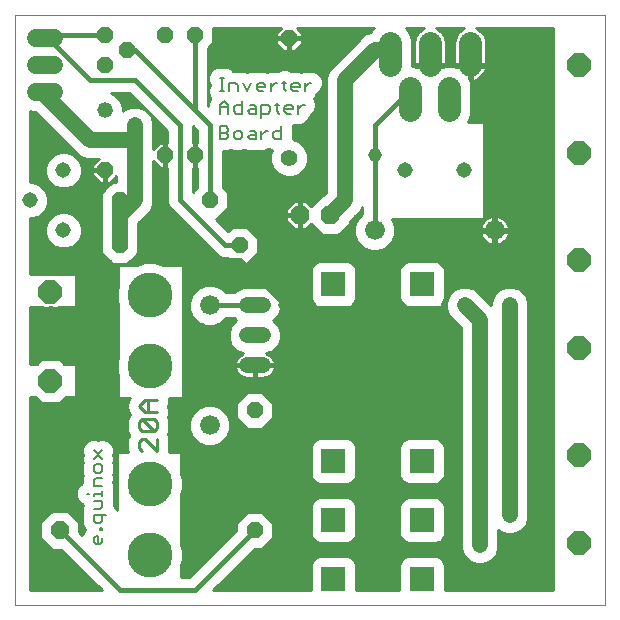
<source format=gtl>
G75*
G70*
%OFA0B0*%
%FSLAX24Y24*%
%IPPOS*%
%LPD*%
%AMOC8*
5,1,8,0,0,1.08239X$1,22.5*
%
%ADD10C,0.0000*%
%ADD11C,0.0110*%
%ADD12C,0.0080*%
%ADD13C,0.0520*%
%ADD14OC8,0.0520*%
%ADD15OC8,0.0768*%
%ADD16OC8,0.0600*%
%ADD17C,0.1500*%
%ADD18C,0.0660*%
%ADD19R,0.0827X0.0827*%
%ADD20OC8,0.0630*%
%ADD21C,0.0560*%
%ADD22OC8,0.0560*%
%ADD23C,0.0515*%
%ADD24C,0.0750*%
%ADD25C,0.0600*%
%ADD26C,0.0520*%
%ADD27C,0.0150*%
%ADD28C,0.0100*%
%ADD29C,0.0460*%
%ADD30C,0.0540*%
D10*
X000776Y000605D02*
X000776Y020290D01*
X020461Y020290D01*
X020461Y000605D01*
X000776Y000605D01*
D11*
X005029Y005760D02*
X004931Y005858D01*
X004931Y006055D01*
X005029Y006153D01*
X005127Y006153D01*
X005521Y005760D01*
X005521Y006153D01*
X005423Y006404D02*
X005029Y006798D01*
X005423Y006798D01*
X005521Y006699D01*
X005521Y006503D01*
X005423Y006404D01*
X005029Y006404D01*
X004931Y006503D01*
X004931Y006699D01*
X005029Y006798D01*
X005127Y007049D02*
X004931Y007246D01*
X005127Y007442D01*
X005521Y007442D01*
X005226Y007442D02*
X005226Y007049D01*
X005127Y007049D02*
X005521Y007049D01*
D12*
X003686Y005764D02*
X003406Y005484D01*
X003476Y005303D02*
X003406Y005233D01*
X003406Y005093D01*
X003476Y005023D01*
X003616Y005023D01*
X003686Y005093D01*
X003686Y005233D01*
X003616Y005303D01*
X003476Y005303D01*
X003686Y005484D02*
X003406Y005764D01*
X003476Y004843D02*
X003686Y004843D01*
X003476Y004843D02*
X003406Y004773D01*
X003406Y004563D01*
X003686Y004563D01*
X003686Y004396D02*
X003686Y004256D01*
X003686Y004326D02*
X003406Y004326D01*
X003406Y004256D01*
X003266Y004326D02*
X003196Y004326D01*
X003406Y004076D02*
X003686Y004076D01*
X003686Y003866D01*
X003616Y003796D01*
X003406Y003796D01*
X003406Y003615D02*
X003406Y003405D01*
X003476Y003335D01*
X003616Y003335D01*
X003686Y003405D01*
X003686Y003615D01*
X003826Y003615D02*
X003406Y003615D01*
X003616Y003175D02*
X003686Y003175D01*
X003686Y003105D01*
X003616Y003105D01*
X003616Y003175D01*
X003546Y002925D02*
X003546Y002645D01*
X003616Y002645D02*
X003476Y002645D01*
X003406Y002715D01*
X003406Y002855D01*
X003476Y002925D01*
X003546Y002925D01*
X003686Y002855D02*
X003686Y002715D01*
X003616Y002645D01*
X007616Y016145D02*
X007826Y016145D01*
X007896Y016215D01*
X007896Y016285D01*
X007826Y016355D01*
X007616Y016355D01*
X007616Y016145D02*
X007616Y016565D01*
X007826Y016565D01*
X007896Y016495D01*
X007896Y016425D01*
X007826Y016355D01*
X008076Y016355D02*
X008076Y016215D01*
X008146Y016145D01*
X008287Y016145D01*
X008357Y016215D01*
X008357Y016355D01*
X008287Y016425D01*
X008146Y016425D01*
X008076Y016355D01*
X008537Y016215D02*
X008607Y016285D01*
X008817Y016285D01*
X008817Y016355D02*
X008817Y016145D01*
X008607Y016145D01*
X008537Y016215D01*
X008607Y016425D02*
X008747Y016425D01*
X008817Y016355D01*
X008997Y016425D02*
X008997Y016145D01*
X008997Y016285D02*
X009137Y016425D01*
X009207Y016425D01*
X009381Y016355D02*
X009451Y016425D01*
X009661Y016425D01*
X009661Y016565D02*
X009661Y016145D01*
X009451Y016145D01*
X009381Y016215D01*
X009381Y016355D01*
X008997Y016855D02*
X008997Y017275D01*
X009207Y017275D01*
X009277Y017205D01*
X009277Y017065D01*
X009207Y016995D01*
X008997Y016995D01*
X008817Y016995D02*
X008817Y017205D01*
X008747Y017275D01*
X008607Y017275D01*
X008607Y017135D02*
X008537Y017065D01*
X008607Y016995D01*
X008817Y016995D01*
X008817Y017135D02*
X008607Y017135D01*
X008357Y017275D02*
X008146Y017275D01*
X008076Y017205D01*
X008076Y017065D01*
X008146Y016995D01*
X008357Y016995D01*
X008357Y017415D01*
X008203Y017745D02*
X008203Y017955D01*
X008133Y018025D01*
X007923Y018025D01*
X007923Y017745D01*
X007756Y017745D02*
X007616Y017745D01*
X007686Y017745D02*
X007686Y018165D01*
X007616Y018165D02*
X007756Y018165D01*
X008383Y018025D02*
X008523Y017745D01*
X008664Y018025D01*
X008844Y017955D02*
X008914Y018025D01*
X009054Y018025D01*
X009124Y017955D01*
X009124Y017885D01*
X008844Y017885D01*
X008844Y017815D02*
X008844Y017955D01*
X008844Y017815D02*
X008914Y017745D01*
X009054Y017745D01*
X009304Y017745D02*
X009304Y018025D01*
X009304Y017885D02*
X009444Y018025D01*
X009514Y018025D01*
X009688Y018025D02*
X009828Y018025D01*
X009758Y018095D02*
X009758Y017815D01*
X009828Y017745D01*
X009995Y017815D02*
X009995Y017955D01*
X010065Y018025D01*
X010205Y018025D01*
X010275Y017955D01*
X010275Y017885D01*
X009995Y017885D01*
X009995Y017815D02*
X010065Y017745D01*
X010205Y017745D01*
X010455Y017745D02*
X010455Y018025D01*
X010595Y018025D02*
X010665Y018025D01*
X010595Y018025D02*
X010455Y017885D01*
X010435Y017275D02*
X010365Y017275D01*
X010225Y017135D01*
X010225Y016995D02*
X010225Y017275D01*
X010045Y017205D02*
X010045Y017135D01*
X009764Y017135D01*
X009764Y017065D02*
X009764Y017205D01*
X009834Y017275D01*
X009975Y017275D01*
X010045Y017205D01*
X009975Y016995D02*
X009834Y016995D01*
X009764Y017065D01*
X009598Y016995D02*
X009528Y017065D01*
X009528Y017345D01*
X009598Y017275D02*
X009457Y017275D01*
X007896Y017275D02*
X007896Y016995D01*
X007896Y017205D02*
X007616Y017205D01*
X007616Y017275D02*
X007756Y017415D01*
X007896Y017275D01*
X007616Y017275D02*
X007616Y016995D01*
D13*
X008516Y010605D02*
X009036Y010605D01*
X009036Y009605D02*
X008516Y009605D01*
X008516Y008605D02*
X009036Y008605D01*
D14*
X008776Y007105D03*
X008776Y003105D03*
X008276Y012605D03*
X007276Y014105D03*
X006776Y015605D03*
X005776Y015605D03*
X004276Y014105D03*
X003776Y015105D03*
X004276Y012605D03*
X003776Y018605D03*
X004526Y019105D03*
X003776Y019605D03*
X005776Y019605D03*
X006776Y019605D03*
D15*
X001965Y011034D03*
X001965Y008081D03*
X019587Y009176D03*
X019587Y012128D03*
X019587Y015676D03*
X019587Y018628D03*
X019587Y005628D03*
X019587Y002676D03*
D16*
X002276Y003105D03*
D17*
X005276Y002274D03*
X005276Y004636D03*
X005276Y008573D03*
X005276Y010935D03*
D18*
X007276Y010605D03*
X007276Y006605D03*
X012776Y013105D03*
X016776Y013105D03*
D19*
X014351Y011317D03*
X011398Y011317D03*
X011398Y005412D03*
X011398Y003443D03*
X011398Y001475D03*
X014351Y001475D03*
X014351Y003443D03*
X014351Y005412D03*
D20*
X011276Y013605D03*
X010276Y013605D03*
D21*
X009926Y015505D03*
D22*
X009926Y019505D03*
D23*
X013792Y015105D03*
X015760Y015105D03*
X002398Y015105D03*
X001276Y014105D03*
X002398Y013105D03*
D24*
X013276Y018605D02*
X013276Y019355D01*
X014616Y019355D02*
X014616Y018605D01*
X013946Y017855D02*
X013946Y017105D01*
X015266Y017105D02*
X015266Y017855D01*
X015956Y018605D02*
X015956Y019355D01*
D25*
X002076Y019505D02*
X001476Y019505D01*
X001476Y018605D02*
X002076Y018605D01*
X002076Y017705D02*
X001476Y017705D01*
D26*
X003776Y017105D03*
D27*
X003276Y018105D02*
X004776Y018105D01*
X006276Y016605D01*
X006276Y014105D01*
X007776Y012605D01*
X008276Y012605D01*
X008276Y012105D02*
X007276Y012105D01*
X005776Y013605D01*
X005776Y015605D01*
X006776Y017105D02*
X006776Y019605D01*
X004776Y019105D02*
X004526Y019105D01*
X004776Y019105D02*
X006776Y017105D01*
X007276Y016605D01*
X007276Y014105D01*
X008276Y012105D02*
X009776Y010605D01*
X008776Y010605D02*
X007276Y010605D01*
X012776Y013105D02*
X012776Y015605D01*
X012776Y016605D01*
X013776Y017605D01*
X013946Y017855D01*
X003776Y019605D02*
X001776Y019605D01*
X003276Y018105D01*
X001776Y019505D02*
X001776Y019605D01*
X002276Y003105D02*
X004276Y001105D01*
X006776Y001105D01*
X008776Y003105D01*
D28*
X009208Y002674D02*
X015656Y002674D01*
X015656Y002576D02*
X009110Y002576D01*
X009029Y002495D02*
X009386Y002852D01*
X009386Y003357D01*
X009029Y003715D01*
X008523Y003715D01*
X008166Y003357D01*
X008166Y003096D01*
X006600Y001530D01*
X006326Y001530D01*
X006326Y001943D01*
X006376Y002129D01*
X006376Y002419D01*
X006326Y002605D01*
X006326Y004305D01*
X006376Y004491D01*
X006376Y004781D01*
X006326Y004968D01*
X006326Y005675D01*
X006297Y005705D01*
X005926Y005705D01*
X005926Y005840D01*
X005926Y006234D01*
X005887Y006328D01*
X005926Y006422D01*
X005926Y006583D01*
X005926Y006780D01*
X005887Y006874D01*
X005926Y006968D01*
X005926Y007129D01*
X005878Y007246D01*
X005926Y007362D01*
X005926Y007505D01*
X006347Y007505D01*
X006376Y007534D01*
X006376Y011925D01*
X006347Y011955D01*
X005711Y011955D01*
X005701Y011960D01*
X005421Y012035D01*
X005131Y012035D01*
X004851Y011960D01*
X004842Y011955D01*
X004255Y011955D01*
X004226Y011925D01*
X004226Y011267D01*
X004176Y011080D01*
X004176Y010791D01*
X004226Y010604D01*
X004226Y008905D01*
X004176Y008718D01*
X004176Y008428D01*
X004226Y008242D01*
X004226Y007534D01*
X004255Y007505D01*
X004617Y007505D01*
X004587Y007475D01*
X004550Y007386D01*
X004526Y007326D01*
X004526Y007165D01*
X004544Y007120D01*
X004587Y007016D01*
X004631Y006973D01*
X004587Y006929D01*
X004587Y006929D01*
X004576Y006901D01*
X004526Y006780D01*
X004526Y006619D01*
X004526Y006422D01*
X004585Y006279D01*
X004577Y006260D01*
X004526Y006136D01*
X004526Y005939D01*
X004526Y005778D01*
X004556Y005705D01*
X004205Y005705D01*
X004176Y005675D01*
X004176Y003790D01*
X004157Y003836D01*
X004076Y003917D01*
X004076Y003998D01*
X004076Y004153D01*
X004071Y004166D01*
X004076Y004178D01*
X004076Y004474D01*
X004074Y004479D01*
X004076Y004485D01*
X004076Y004640D01*
X004050Y004703D01*
X004076Y004765D01*
X004076Y004921D01*
X004056Y004968D01*
X004076Y005016D01*
X004076Y005171D01*
X004076Y005232D01*
X004076Y005311D01*
X004062Y005344D01*
X004056Y005358D01*
X004076Y005406D01*
X004076Y005561D01*
X004050Y005624D01*
X004076Y005686D01*
X004076Y005841D01*
X004017Y005985D01*
X003907Y006094D01*
X003764Y006154D01*
X003608Y006154D01*
X003546Y006128D01*
X003483Y006154D01*
X003328Y006154D01*
X003185Y006094D01*
X003075Y005985D01*
X003016Y005841D01*
X003016Y005686D01*
X003042Y005624D01*
X003016Y005561D01*
X003016Y005406D01*
X003036Y005358D01*
X003016Y005311D01*
X003016Y005171D01*
X003016Y005171D01*
X003016Y005092D01*
X003016Y005016D01*
X003016Y005016D01*
X003016Y005016D01*
X003027Y004990D01*
X003050Y004933D01*
X003016Y004851D01*
X003016Y004695D01*
X003016Y004674D01*
X002975Y004657D01*
X002865Y004547D01*
X002806Y004404D01*
X002806Y004248D01*
X002865Y004105D01*
X002975Y003995D01*
X003026Y003974D01*
X003042Y003936D01*
X003016Y003873D01*
X003016Y003718D01*
X003021Y003706D01*
X003016Y003693D01*
X003016Y003483D01*
X003016Y003483D01*
X003016Y003404D01*
X003016Y003328D01*
X003016Y003328D01*
X003016Y003328D01*
X003027Y003302D01*
X003075Y003184D01*
X003077Y003183D01*
X003129Y003130D01*
X003075Y003076D01*
X003026Y002956D01*
X002926Y003056D01*
X002926Y003374D01*
X002545Y003755D01*
X002007Y003755D01*
X001626Y003374D01*
X001626Y002835D01*
X002007Y002455D01*
X002325Y002455D01*
X003675Y001105D01*
X001276Y001105D01*
X001276Y007555D01*
X001454Y007555D01*
X001661Y007347D01*
X002269Y007347D01*
X002476Y007555D01*
X002797Y007555D01*
X002826Y007584D01*
X002826Y008625D01*
X002797Y008655D01*
X002429Y008655D01*
X002269Y008815D01*
X001661Y008815D01*
X001501Y008655D01*
X001276Y008655D01*
X001276Y010555D01*
X001689Y010555D01*
X001744Y010500D01*
X001915Y010500D01*
X001915Y010555D01*
X002015Y010555D01*
X002015Y010500D01*
X002186Y010500D01*
X002241Y010555D01*
X002797Y010555D01*
X002826Y010584D01*
X002826Y011625D01*
X002797Y011655D01*
X001276Y011655D01*
X001276Y013497D01*
X001397Y013497D01*
X001620Y013590D01*
X001791Y013761D01*
X001884Y013984D01*
X001884Y014226D01*
X001791Y014449D01*
X001620Y014620D01*
X001397Y014712D01*
X001276Y014712D01*
X001276Y017084D01*
X001347Y017055D01*
X001449Y017055D01*
X002750Y015754D01*
X002925Y015579D01*
X003153Y015485D01*
X003576Y015485D01*
X003366Y015275D01*
X003366Y015135D01*
X003746Y015135D01*
X003746Y015075D01*
X003366Y015075D01*
X003366Y014935D01*
X003606Y014695D01*
X003746Y014695D01*
X003746Y015074D01*
X003806Y015074D01*
X003806Y014695D01*
X003946Y014695D01*
X004156Y014905D01*
X004156Y014725D01*
X004153Y014725D01*
X004129Y014715D01*
X004023Y014715D01*
X003949Y014640D01*
X003925Y014630D01*
X003750Y014456D01*
X003740Y014432D01*
X003666Y014357D01*
X003666Y014252D01*
X003656Y014228D01*
X003656Y013728D01*
X003656Y013481D01*
X003656Y012481D01*
X003666Y012457D01*
X003666Y012352D01*
X003740Y012278D01*
X003750Y012254D01*
X003925Y012079D01*
X003949Y012069D01*
X004023Y011995D01*
X004129Y011995D01*
X004153Y011985D01*
X004399Y011985D01*
X004424Y011995D01*
X004529Y011995D01*
X004603Y012069D01*
X004627Y012079D01*
X004802Y012254D01*
X004812Y012278D01*
X004886Y012352D01*
X004886Y012457D01*
X004896Y012481D01*
X004896Y013348D01*
X005302Y013754D01*
X005396Y013981D01*
X005396Y014228D01*
X005396Y015405D01*
X005606Y015195D01*
X005746Y015195D01*
X005746Y015574D01*
X005806Y015574D01*
X005806Y015195D01*
X005851Y015195D01*
X005851Y014189D01*
X005851Y014020D01*
X005916Y013864D01*
X007416Y012364D01*
X007535Y012244D01*
X007691Y012180D01*
X007838Y012180D01*
X008023Y011995D01*
X008529Y011995D01*
X008886Y012352D01*
X008886Y012857D01*
X008529Y013215D01*
X008023Y013215D01*
X007895Y013086D01*
X007487Y013495D01*
X007529Y013495D01*
X007886Y013852D01*
X007886Y014357D01*
X007701Y014542D01*
X007701Y015755D01*
X007827Y015755D01*
X007904Y015755D01*
X007940Y015770D01*
X007986Y015789D01*
X008069Y015755D01*
X008286Y015755D01*
X008364Y015755D01*
X008397Y015768D01*
X008447Y015789D01*
X008529Y015755D01*
X008684Y015755D01*
X008895Y015755D01*
X008907Y015760D01*
X008920Y015755D01*
X009075Y015755D01*
X009218Y015814D01*
X009224Y015820D01*
X009230Y015814D01*
X009351Y015764D01*
X009296Y015630D01*
X009296Y015379D01*
X009392Y015148D01*
X009569Y014971D01*
X009801Y014875D01*
X010051Y014875D01*
X010283Y014971D01*
X010460Y015148D01*
X010556Y015379D01*
X010556Y015630D01*
X010460Y015862D01*
X010283Y016039D01*
X010051Y016135D01*
X010051Y016222D01*
X010051Y016347D01*
X010051Y016503D01*
X010051Y016605D01*
X010052Y016605D01*
X010100Y016624D01*
X010147Y016605D01*
X010302Y016605D01*
X010446Y016664D01*
X010555Y016774D01*
X010615Y016917D01*
X010615Y016927D01*
X010656Y016944D01*
X010765Y017054D01*
X010825Y017197D01*
X010825Y017353D01*
X010765Y017496D01*
X010761Y017500D01*
X010785Y017524D01*
X010845Y017667D01*
X010845Y017677D01*
X010886Y017694D01*
X010996Y017804D01*
X011055Y017947D01*
X011055Y018103D01*
X010996Y018246D01*
X010886Y018356D01*
X010743Y018415D01*
X010517Y018415D01*
X010377Y018415D01*
X010330Y018395D01*
X010282Y018415D01*
X010142Y018415D01*
X010065Y018415D01*
X009989Y018415D01*
X009979Y018426D01*
X009835Y018485D01*
X009680Y018485D01*
X009537Y018426D01*
X009526Y018415D01*
X009367Y018415D01*
X009226Y018415D01*
X009179Y018395D01*
X009131Y018415D01*
X008991Y018415D01*
X008884Y018415D01*
X008836Y018415D01*
X008792Y018397D01*
X008769Y018408D01*
X008614Y018419D01*
X008523Y018389D01*
X008433Y018419D01*
X008278Y018408D01*
X008255Y018397D01*
X008211Y018415D01*
X008058Y018415D01*
X007977Y018496D01*
X007834Y018555D01*
X007538Y018555D01*
X007395Y018496D01*
X007285Y018386D01*
X007226Y018243D01*
X007226Y018087D01*
X007281Y017955D01*
X007226Y017822D01*
X007226Y017667D01*
X007285Y017524D01*
X007299Y017510D01*
X007285Y017496D01*
X007226Y017353D01*
X007226Y017282D01*
X007226Y017256D01*
X007201Y017281D01*
X007201Y019167D01*
X007386Y019352D01*
X007386Y019840D01*
X009653Y019840D01*
X009496Y019683D01*
X009496Y019545D01*
X009886Y019545D01*
X009886Y019465D01*
X009496Y019465D01*
X009496Y019327D01*
X009748Y019075D01*
X009886Y019075D01*
X009886Y019464D01*
X009966Y019464D01*
X009966Y019075D01*
X010104Y019075D01*
X010356Y019327D01*
X010356Y019465D01*
X009966Y019465D01*
X009966Y019545D01*
X010356Y019545D01*
X010356Y019683D01*
X010199Y019840D01*
X012736Y019840D01*
X012661Y019765D01*
X012643Y019721D01*
X012425Y019630D01*
X012250Y019456D01*
X011250Y018456D01*
X011156Y018228D01*
X011156Y017981D01*
X011156Y014362D01*
X011064Y014270D01*
X011001Y014270D01*
X010635Y013904D01*
X010469Y014070D01*
X010306Y014070D01*
X010306Y013635D01*
X010246Y013635D01*
X010246Y014070D01*
X010083Y014070D01*
X009811Y013797D01*
X009811Y013635D01*
X010246Y013635D01*
X010246Y013575D01*
X009811Y013575D01*
X009811Y013412D01*
X010083Y013140D01*
X010246Y013140D01*
X010246Y013574D01*
X010306Y013574D01*
X010306Y013140D01*
X010469Y013140D01*
X010635Y013306D01*
X011001Y012940D01*
X011551Y012940D01*
X011941Y013329D01*
X011941Y013393D01*
X012127Y013579D01*
X012302Y013754D01*
X012351Y013873D01*
X012351Y013641D01*
X012200Y013490D01*
X012096Y013240D01*
X012096Y012969D01*
X012200Y012720D01*
X012391Y012528D01*
X012641Y012425D01*
X012911Y012425D01*
X013161Y012528D01*
X013353Y012720D01*
X013456Y012969D01*
X013456Y013240D01*
X013357Y013480D01*
X016372Y013480D01*
X016401Y013509D01*
X016401Y016700D01*
X016372Y016729D01*
X015895Y016729D01*
X015991Y016960D01*
X015991Y017999D01*
X015906Y018204D01*
X015906Y018555D01*
X015471Y018555D01*
X015410Y018580D01*
X015122Y018580D01*
X015062Y018555D01*
X014666Y018555D01*
X014666Y018655D01*
X015141Y018655D01*
X015141Y019396D01*
X015128Y019478D01*
X015103Y019556D01*
X015065Y019630D01*
X015016Y019697D01*
X014958Y019755D01*
X014891Y019804D01*
X014820Y019840D01*
X015752Y019840D01*
X015681Y019804D01*
X015614Y019755D01*
X015556Y019697D01*
X015507Y019630D01*
X015470Y019556D01*
X015444Y019478D01*
X015431Y019396D01*
X015431Y018655D01*
X015906Y018655D01*
X015906Y018555D01*
X016006Y018555D01*
X016006Y018655D01*
X016481Y018655D01*
X016481Y019396D01*
X016468Y019478D01*
X016443Y019556D01*
X016405Y019630D01*
X016356Y019697D01*
X016298Y019755D01*
X016231Y019804D01*
X016160Y019840D01*
X018726Y019840D01*
X018726Y001105D01*
X015114Y001105D01*
X015114Y001958D01*
X015061Y002086D01*
X014976Y002171D01*
X014976Y002175D01*
X014947Y002205D01*
X014915Y002205D01*
X014834Y002238D01*
X013868Y002238D01*
X013787Y002205D01*
X013755Y002205D01*
X013726Y002175D01*
X013726Y002172D01*
X013641Y002086D01*
X013587Y001958D01*
X013587Y001105D01*
X012161Y001105D01*
X012161Y001958D01*
X012108Y002086D01*
X012010Y002185D01*
X011881Y002238D01*
X010915Y002238D01*
X010786Y002185D01*
X010688Y002086D01*
X010635Y001958D01*
X010635Y001105D01*
X007377Y001105D01*
X008767Y002495D01*
X009029Y002495D01*
X009307Y002773D02*
X010747Y002773D01*
X010786Y002733D02*
X010915Y002680D01*
X011881Y002680D01*
X012010Y002733D01*
X012108Y002832D01*
X012161Y002960D01*
X012161Y003926D01*
X012108Y004055D01*
X012010Y004153D01*
X011881Y004207D01*
X010915Y004207D01*
X010786Y004153D01*
X010688Y004055D01*
X010635Y003926D01*
X010635Y002960D01*
X010688Y002832D01*
X010786Y002733D01*
X010672Y002871D02*
X009386Y002871D01*
X009386Y002970D02*
X010635Y002970D01*
X010635Y003068D02*
X009386Y003068D01*
X009386Y003167D02*
X010635Y003167D01*
X010635Y003265D02*
X009386Y003265D01*
X009379Y003364D02*
X010635Y003364D01*
X010635Y003462D02*
X009281Y003462D01*
X009182Y003561D02*
X010635Y003561D01*
X010635Y003660D02*
X009084Y003660D01*
X008468Y003660D02*
X006326Y003660D01*
X006326Y003758D02*
X010635Y003758D01*
X010635Y003857D02*
X006326Y003857D01*
X006326Y003955D02*
X010647Y003955D01*
X010688Y004054D02*
X006326Y004054D01*
X006326Y004152D02*
X010785Y004152D01*
X010915Y004648D02*
X010786Y004702D01*
X010688Y004800D01*
X010635Y004929D01*
X010635Y005895D01*
X010688Y006023D01*
X010786Y006122D01*
X010915Y006175D01*
X011881Y006175D01*
X012010Y006122D01*
X012108Y006023D01*
X012161Y005895D01*
X012161Y004929D01*
X012108Y004800D01*
X012010Y004702D01*
X011881Y004648D01*
X010915Y004648D01*
X010745Y004744D02*
X006376Y004744D01*
X006376Y004645D02*
X015656Y004645D01*
X015656Y004744D02*
X015004Y004744D01*
X014962Y004702D02*
X015061Y004800D01*
X015114Y004929D01*
X015114Y005895D01*
X015061Y006023D01*
X014962Y006122D01*
X014834Y006175D01*
X013868Y006175D01*
X013739Y006122D01*
X013722Y006105D01*
X013705Y006105D01*
X013676Y006075D01*
X013676Y006059D01*
X013641Y006023D01*
X013587Y005895D01*
X013587Y004929D01*
X013641Y004800D01*
X013676Y004765D01*
X013676Y004734D01*
X013705Y004705D01*
X013736Y004705D01*
X013739Y004702D01*
X013868Y004648D01*
X014834Y004648D01*
X014962Y004702D01*
X015078Y004842D02*
X015656Y004842D01*
X015656Y004941D02*
X015114Y004941D01*
X015114Y005039D02*
X015656Y005039D01*
X015656Y005138D02*
X015114Y005138D01*
X015114Y005236D02*
X015656Y005236D01*
X015656Y005335D02*
X015114Y005335D01*
X015114Y005433D02*
X015656Y005433D01*
X015656Y005532D02*
X015114Y005532D01*
X015114Y005630D02*
X015656Y005630D01*
X015656Y005729D02*
X015114Y005729D01*
X015114Y005828D02*
X015656Y005828D01*
X015656Y005926D02*
X015101Y005926D01*
X015060Y006025D02*
X015656Y006025D01*
X015656Y006123D02*
X014959Y006123D01*
X015656Y006222D02*
X007853Y006222D01*
X007853Y006220D02*
X007956Y006469D01*
X007956Y006740D01*
X007853Y006990D01*
X007661Y007181D01*
X007411Y007285D01*
X007141Y007285D01*
X006891Y007181D01*
X006700Y006990D01*
X006596Y006740D01*
X006596Y006469D01*
X006700Y006220D01*
X006891Y006028D01*
X007141Y005925D01*
X007411Y005925D01*
X007661Y006028D01*
X007853Y006220D01*
X007894Y006320D02*
X015656Y006320D01*
X015656Y006419D02*
X007935Y006419D01*
X007956Y006517D02*
X008501Y006517D01*
X008523Y006495D02*
X009029Y006495D01*
X009386Y006852D01*
X009386Y007357D01*
X009029Y007715D01*
X008523Y007715D01*
X008166Y007357D01*
X008166Y006852D01*
X008523Y006495D01*
X008402Y006616D02*
X007956Y006616D01*
X007956Y006714D02*
X008304Y006714D01*
X008205Y006813D02*
X007926Y006813D01*
X007885Y006911D02*
X008166Y006911D01*
X008166Y007010D02*
X007832Y007010D01*
X007734Y007109D02*
X008166Y007109D01*
X008166Y007207D02*
X007599Y007207D01*
X008166Y007306D02*
X005903Y007306D01*
X005894Y007207D02*
X006954Y007207D01*
X006818Y007109D02*
X005926Y007109D01*
X005926Y007010D02*
X006720Y007010D01*
X006667Y006911D02*
X005903Y006911D01*
X005912Y006813D02*
X006626Y006813D01*
X006596Y006714D02*
X005926Y006714D01*
X005926Y006616D02*
X006596Y006616D01*
X006596Y006517D02*
X005926Y006517D01*
X005925Y006419D02*
X006617Y006419D01*
X006658Y006320D02*
X005890Y006320D01*
X005926Y006222D02*
X006699Y006222D01*
X006796Y006123D02*
X005926Y006123D01*
X005926Y006025D02*
X006900Y006025D01*
X007138Y005926D02*
X005926Y005926D01*
X005926Y005828D02*
X010635Y005828D01*
X010648Y005926D02*
X007415Y005926D01*
X007652Y006025D02*
X010689Y006025D01*
X010790Y006123D02*
X007756Y006123D01*
X009051Y006517D02*
X015656Y006517D01*
X015656Y006616D02*
X009150Y006616D01*
X009248Y006714D02*
X015656Y006714D01*
X015656Y006813D02*
X009347Y006813D01*
X009386Y006911D02*
X015656Y006911D01*
X015656Y007010D02*
X009386Y007010D01*
X009386Y007109D02*
X015656Y007109D01*
X015656Y007207D02*
X009386Y007207D01*
X009386Y007306D02*
X015656Y007306D01*
X015656Y007404D02*
X009339Y007404D01*
X009241Y007503D02*
X015656Y007503D01*
X015656Y007601D02*
X009142Y007601D01*
X009044Y007700D02*
X015656Y007700D01*
X015656Y007798D02*
X006376Y007798D01*
X006376Y007700D02*
X008509Y007700D01*
X008410Y007601D02*
X006376Y007601D01*
X006376Y007897D02*
X015656Y007897D01*
X015656Y007995D02*
X006376Y007995D01*
X006376Y008094D02*
X015656Y008094D01*
X015656Y008193D02*
X006376Y008193D01*
X006376Y008291D02*
X008250Y008291D01*
X008249Y008292D02*
X008301Y008254D01*
X008359Y008225D01*
X008420Y008205D01*
X008484Y008195D01*
X008746Y008195D01*
X008746Y008574D01*
X008806Y008574D01*
X008806Y008195D01*
X009068Y008195D01*
X009132Y008205D01*
X009193Y008225D01*
X009251Y008254D01*
X009303Y008292D01*
X009349Y008338D01*
X009387Y008390D01*
X009416Y008447D01*
X009436Y008509D01*
X009446Y008572D01*
X009446Y008575D01*
X008806Y008575D01*
X008806Y008635D01*
X009446Y008635D01*
X009446Y008637D01*
X009436Y008701D01*
X009416Y008762D01*
X009387Y008820D01*
X009349Y008872D01*
X009303Y008917D01*
X009251Y008955D01*
X009193Y008985D01*
X009160Y008996D01*
X009382Y009088D01*
X009553Y009259D01*
X009646Y009483D01*
X009646Y009726D01*
X009553Y009950D01*
X009399Y010105D01*
X009553Y010259D01*
X009646Y010483D01*
X009646Y010726D01*
X009553Y010950D01*
X009382Y011122D01*
X009157Y011215D01*
X008395Y011215D01*
X008171Y011122D01*
X008078Y011030D01*
X007813Y011030D01*
X007661Y011181D01*
X007411Y011285D01*
X007141Y011285D01*
X006891Y011181D01*
X006700Y010990D01*
X006596Y010740D01*
X006596Y010469D01*
X006700Y010220D01*
X006891Y010028D01*
X007141Y009925D01*
X007411Y009925D01*
X007661Y010028D01*
X007813Y010180D01*
X008078Y010180D01*
X008153Y010105D01*
X007999Y009950D01*
X007906Y009726D01*
X007906Y009483D01*
X007999Y009259D01*
X008171Y009088D01*
X008393Y008996D01*
X008359Y008985D01*
X008301Y008955D01*
X008249Y008917D01*
X008203Y008872D01*
X008165Y008820D01*
X008136Y008762D01*
X008116Y008701D01*
X008106Y008637D01*
X008106Y008635D01*
X008746Y008635D01*
X008746Y008575D01*
X008106Y008575D01*
X008106Y008572D01*
X008116Y008509D01*
X008136Y008447D01*
X008165Y008390D01*
X008203Y008338D01*
X008249Y008292D01*
X008165Y008390D02*
X006376Y008390D01*
X006376Y008488D02*
X008123Y008488D01*
X008114Y008685D02*
X006376Y008685D01*
X006376Y008587D02*
X008746Y008587D01*
X008806Y008587D02*
X015656Y008587D01*
X015656Y008685D02*
X009438Y008685D01*
X009405Y008784D02*
X015656Y008784D01*
X015656Y008882D02*
X009338Y008882D01*
X009201Y008981D02*
X015656Y008981D01*
X015656Y009079D02*
X009362Y009079D01*
X009472Y009178D02*
X015656Y009178D01*
X015656Y009277D02*
X009560Y009277D01*
X009601Y009375D02*
X015656Y009375D01*
X015656Y009474D02*
X009642Y009474D01*
X009646Y009572D02*
X015656Y009572D01*
X015656Y009671D02*
X009646Y009671D01*
X009628Y009769D02*
X015656Y009769D01*
X015656Y009848D02*
X015656Y002481D01*
X015750Y002254D01*
X015925Y002079D01*
X016153Y001985D01*
X016399Y001985D01*
X016627Y002079D01*
X016802Y002254D01*
X016896Y002481D01*
X016896Y003108D01*
X016925Y003079D01*
X017153Y002985D01*
X017399Y002985D01*
X017627Y003079D01*
X017802Y003254D01*
X017896Y003481D01*
X017896Y010728D01*
X017802Y010956D01*
X017627Y011130D01*
X017399Y011225D01*
X017153Y011225D01*
X016925Y011130D01*
X016750Y010956D01*
X016656Y010728D01*
X016656Y010601D01*
X016627Y010630D01*
X016127Y011130D01*
X015899Y011225D01*
X015653Y011225D01*
X015425Y011130D01*
X015250Y010956D01*
X015156Y010728D01*
X015156Y010481D01*
X015250Y010254D01*
X015656Y009848D01*
X015636Y009868D02*
X009587Y009868D01*
X009537Y009966D02*
X015538Y009966D01*
X015439Y010065D02*
X009439Y010065D01*
X009457Y010163D02*
X015341Y010163D01*
X015247Y010262D02*
X009554Y010262D01*
X009595Y010361D02*
X015206Y010361D01*
X015165Y010459D02*
X009636Y010459D01*
X009646Y010558D02*
X010802Y010558D01*
X010805Y010555D02*
X010913Y010555D01*
X010915Y010554D01*
X011881Y010554D01*
X011883Y010555D01*
X011997Y010555D01*
X012026Y010584D01*
X012026Y010624D01*
X012108Y010706D01*
X012161Y010834D01*
X012161Y011800D01*
X012108Y011929D01*
X012010Y012027D01*
X011881Y012081D01*
X010915Y012081D01*
X010786Y012027D01*
X010688Y011929D01*
X010635Y011800D01*
X010635Y010834D01*
X010688Y010706D01*
X010776Y010618D01*
X010776Y010584D01*
X010805Y010555D01*
X010738Y010656D02*
X009646Y010656D01*
X009634Y010755D02*
X010668Y010755D01*
X010635Y010853D02*
X009593Y010853D01*
X009552Y010952D02*
X010635Y010952D01*
X010635Y011050D02*
X009453Y011050D01*
X009316Y011149D02*
X010635Y011149D01*
X010635Y011247D02*
X007501Y011247D01*
X007694Y011149D02*
X008236Y011149D01*
X008099Y011050D02*
X007792Y011050D01*
X007051Y011247D02*
X006376Y011247D01*
X006376Y011149D02*
X006859Y011149D01*
X006760Y011050D02*
X006376Y011050D01*
X006376Y010952D02*
X006684Y010952D01*
X006643Y010853D02*
X006376Y010853D01*
X006376Y010755D02*
X006602Y010755D01*
X006596Y010656D02*
X006376Y010656D01*
X006376Y010558D02*
X006596Y010558D01*
X006600Y010459D02*
X006376Y010459D01*
X006376Y010361D02*
X006641Y010361D01*
X006682Y010262D02*
X006376Y010262D01*
X006376Y010163D02*
X006756Y010163D01*
X006854Y010065D02*
X006376Y010065D01*
X006376Y009966D02*
X007040Y009966D01*
X007512Y009966D02*
X008015Y009966D01*
X007965Y009868D02*
X006376Y009868D01*
X006376Y009769D02*
X007924Y009769D01*
X007906Y009671D02*
X006376Y009671D01*
X006376Y009572D02*
X007906Y009572D01*
X007910Y009474D02*
X006376Y009474D01*
X006376Y009375D02*
X007951Y009375D01*
X007992Y009277D02*
X006376Y009277D01*
X006376Y009178D02*
X008080Y009178D01*
X008190Y009079D02*
X006376Y009079D01*
X006376Y008981D02*
X008351Y008981D01*
X008214Y008882D02*
X006376Y008882D01*
X006376Y008784D02*
X008147Y008784D01*
X008746Y008488D02*
X008806Y008488D01*
X008806Y008390D02*
X008746Y008390D01*
X008746Y008291D02*
X008806Y008291D01*
X009302Y008291D02*
X015656Y008291D01*
X015656Y008390D02*
X009387Y008390D01*
X009429Y008488D02*
X015656Y008488D01*
X015156Y010558D02*
X015000Y010558D01*
X014997Y010555D02*
X015026Y010584D01*
X015026Y010671D01*
X015061Y010706D01*
X015114Y010834D01*
X015114Y011800D01*
X015061Y011929D01*
X014962Y012027D01*
X014834Y012081D01*
X013868Y012081D01*
X013739Y012027D01*
X013641Y011929D01*
X013587Y011800D01*
X013587Y010834D01*
X013641Y010706D01*
X013739Y010607D01*
X013776Y010592D01*
X013776Y010584D01*
X013805Y010555D01*
X013866Y010555D01*
X013868Y010554D01*
X014834Y010554D01*
X014836Y010555D01*
X014997Y010555D01*
X015026Y010656D02*
X015156Y010656D01*
X015167Y010755D02*
X015081Y010755D01*
X015114Y010853D02*
X015208Y010853D01*
X015249Y010952D02*
X015114Y010952D01*
X015114Y011050D02*
X015345Y011050D01*
X015470Y011149D02*
X015114Y011149D01*
X015114Y011247D02*
X018726Y011247D01*
X018726Y011149D02*
X017582Y011149D01*
X017707Y011050D02*
X018726Y011050D01*
X018726Y010952D02*
X017803Y010952D01*
X017844Y010853D02*
X018726Y010853D01*
X018726Y010755D02*
X017885Y010755D01*
X017896Y010656D02*
X018726Y010656D01*
X018726Y010558D02*
X017896Y010558D01*
X017896Y010459D02*
X018726Y010459D01*
X018726Y010361D02*
X017896Y010361D01*
X017896Y010262D02*
X018726Y010262D01*
X018726Y010163D02*
X017896Y010163D01*
X017896Y010065D02*
X018726Y010065D01*
X018726Y009966D02*
X017896Y009966D01*
X017896Y009868D02*
X018726Y009868D01*
X018726Y009769D02*
X017896Y009769D01*
X017896Y009671D02*
X018726Y009671D01*
X018726Y009572D02*
X017896Y009572D01*
X017896Y009474D02*
X018726Y009474D01*
X018726Y009375D02*
X017896Y009375D01*
X017896Y009277D02*
X018726Y009277D01*
X018726Y009178D02*
X017896Y009178D01*
X017896Y009079D02*
X018726Y009079D01*
X018726Y008981D02*
X017896Y008981D01*
X017896Y008882D02*
X018726Y008882D01*
X018726Y008784D02*
X017896Y008784D01*
X017896Y008685D02*
X018726Y008685D01*
X018726Y008587D02*
X017896Y008587D01*
X017896Y008488D02*
X018726Y008488D01*
X018726Y008390D02*
X017896Y008390D01*
X017896Y008291D02*
X018726Y008291D01*
X018726Y008193D02*
X017896Y008193D01*
X017896Y008094D02*
X018726Y008094D01*
X018726Y007995D02*
X017896Y007995D01*
X017896Y007897D02*
X018726Y007897D01*
X018726Y007798D02*
X017896Y007798D01*
X017896Y007700D02*
X018726Y007700D01*
X018726Y007601D02*
X017896Y007601D01*
X017896Y007503D02*
X018726Y007503D01*
X018726Y007404D02*
X017896Y007404D01*
X017896Y007306D02*
X018726Y007306D01*
X018726Y007207D02*
X017896Y007207D01*
X017896Y007109D02*
X018726Y007109D01*
X018726Y007010D02*
X017896Y007010D01*
X017896Y006911D02*
X018726Y006911D01*
X018726Y006813D02*
X017896Y006813D01*
X017896Y006714D02*
X018726Y006714D01*
X018726Y006616D02*
X017896Y006616D01*
X017896Y006517D02*
X018726Y006517D01*
X018726Y006419D02*
X017896Y006419D01*
X017896Y006320D02*
X018726Y006320D01*
X018726Y006222D02*
X017896Y006222D01*
X017896Y006123D02*
X018726Y006123D01*
X018726Y006025D02*
X017896Y006025D01*
X017896Y005926D02*
X018726Y005926D01*
X018726Y005828D02*
X017896Y005828D01*
X017896Y005729D02*
X018726Y005729D01*
X018726Y005630D02*
X017896Y005630D01*
X017896Y005532D02*
X018726Y005532D01*
X018726Y005433D02*
X017896Y005433D01*
X017896Y005335D02*
X018726Y005335D01*
X018726Y005236D02*
X017896Y005236D01*
X017896Y005138D02*
X018726Y005138D01*
X018726Y005039D02*
X017896Y005039D01*
X017896Y004941D02*
X018726Y004941D01*
X018726Y004842D02*
X017896Y004842D01*
X017896Y004744D02*
X018726Y004744D01*
X018726Y004645D02*
X017896Y004645D01*
X017896Y004546D02*
X018726Y004546D01*
X018726Y004448D02*
X017896Y004448D01*
X017896Y004349D02*
X018726Y004349D01*
X018726Y004251D02*
X017896Y004251D01*
X017896Y004152D02*
X018726Y004152D01*
X018726Y004054D02*
X017896Y004054D01*
X017896Y003955D02*
X018726Y003955D01*
X018726Y003857D02*
X017896Y003857D01*
X017896Y003758D02*
X018726Y003758D01*
X018726Y003660D02*
X017896Y003660D01*
X017896Y003561D02*
X018726Y003561D01*
X018726Y003462D02*
X017888Y003462D01*
X017847Y003364D02*
X018726Y003364D01*
X018726Y003265D02*
X017807Y003265D01*
X017715Y003167D02*
X018726Y003167D01*
X018726Y003068D02*
X017601Y003068D01*
X016951Y003068D02*
X016896Y003068D01*
X016896Y002970D02*
X018726Y002970D01*
X018726Y002871D02*
X016896Y002871D01*
X016896Y002773D02*
X018726Y002773D01*
X018726Y002674D02*
X016896Y002674D01*
X016896Y002576D02*
X018726Y002576D01*
X018726Y002477D02*
X016894Y002477D01*
X016853Y002379D02*
X018726Y002379D01*
X018726Y002280D02*
X016813Y002280D01*
X016730Y002181D02*
X018726Y002181D01*
X018726Y002083D02*
X016631Y002083D01*
X015921Y002083D02*
X015062Y002083D01*
X015103Y001984D02*
X018726Y001984D01*
X018726Y001886D02*
X015114Y001886D01*
X015114Y001787D02*
X018726Y001787D01*
X018726Y001689D02*
X015114Y001689D01*
X015114Y001590D02*
X018726Y001590D01*
X018726Y001492D02*
X015114Y001492D01*
X015114Y001393D02*
X018726Y001393D01*
X018726Y001295D02*
X015114Y001295D01*
X015114Y001196D02*
X018726Y001196D01*
X015823Y002181D02*
X014970Y002181D01*
X014834Y002680D02*
X014894Y002705D01*
X014997Y002705D01*
X015026Y002734D01*
X015026Y002797D01*
X015061Y002832D01*
X015114Y002960D01*
X015114Y003926D01*
X015061Y004055D01*
X014962Y004153D01*
X014834Y004207D01*
X013868Y004207D01*
X013739Y004153D01*
X013641Y004055D01*
X013587Y003926D01*
X013587Y002960D01*
X013641Y002832D01*
X013739Y002733D01*
X013804Y002707D01*
X013805Y002705D01*
X013808Y002705D01*
X013868Y002680D01*
X014834Y002680D01*
X015026Y002773D02*
X015656Y002773D01*
X015656Y002871D02*
X015077Y002871D01*
X015114Y002970D02*
X015656Y002970D01*
X015656Y003068D02*
X015114Y003068D01*
X015114Y003167D02*
X015656Y003167D01*
X015656Y003265D02*
X015114Y003265D01*
X015114Y003364D02*
X015656Y003364D01*
X015656Y003462D02*
X015114Y003462D01*
X015114Y003561D02*
X015656Y003561D01*
X015656Y003660D02*
X015114Y003660D01*
X015114Y003758D02*
X015656Y003758D01*
X015656Y003857D02*
X015114Y003857D01*
X015102Y003955D02*
X015656Y003955D01*
X015656Y004054D02*
X015061Y004054D01*
X014964Y004152D02*
X015656Y004152D01*
X015656Y004251D02*
X006326Y004251D01*
X006338Y004349D02*
X015656Y004349D01*
X015656Y004448D02*
X006364Y004448D01*
X006376Y004546D02*
X015656Y004546D01*
X013738Y004152D02*
X012011Y004152D01*
X012109Y004054D02*
X013640Y004054D01*
X013599Y003955D02*
X012150Y003955D01*
X012161Y003857D02*
X013587Y003857D01*
X013587Y003758D02*
X012161Y003758D01*
X012161Y003660D02*
X013587Y003660D01*
X013587Y003561D02*
X012161Y003561D01*
X012161Y003462D02*
X013587Y003462D01*
X013587Y003364D02*
X012161Y003364D01*
X012161Y003265D02*
X013587Y003265D01*
X013587Y003167D02*
X012161Y003167D01*
X012161Y003068D02*
X013587Y003068D01*
X013587Y002970D02*
X012161Y002970D01*
X012125Y002871D02*
X013624Y002871D01*
X013700Y002773D02*
X012049Y002773D01*
X012013Y002181D02*
X013732Y002181D01*
X013639Y002083D02*
X012110Y002083D01*
X012150Y001984D02*
X013599Y001984D01*
X013587Y001886D02*
X012161Y001886D01*
X012161Y001787D02*
X013587Y001787D01*
X013587Y001689D02*
X012161Y001689D01*
X012161Y001590D02*
X013587Y001590D01*
X013587Y001492D02*
X012161Y001492D01*
X012161Y001393D02*
X013587Y001393D01*
X013587Y001295D02*
X012161Y001295D01*
X012161Y001196D02*
X013587Y001196D01*
X015658Y002477D02*
X008749Y002477D01*
X008651Y002379D02*
X015699Y002379D01*
X015739Y002280D02*
X008552Y002280D01*
X008454Y002181D02*
X010783Y002181D01*
X010687Y002083D02*
X008355Y002083D01*
X008257Y001984D02*
X010646Y001984D01*
X010635Y001886D02*
X008158Y001886D01*
X008060Y001787D02*
X010635Y001787D01*
X010635Y001689D02*
X007961Y001689D01*
X007862Y001590D02*
X010635Y001590D01*
X010635Y001492D02*
X007764Y001492D01*
X007665Y001393D02*
X010635Y001393D01*
X010635Y001295D02*
X007567Y001295D01*
X007468Y001196D02*
X010635Y001196D01*
X008166Y003167D02*
X006326Y003167D01*
X006326Y003265D02*
X008166Y003265D01*
X008173Y003364D02*
X006326Y003364D01*
X006326Y003462D02*
X008271Y003462D01*
X008370Y003561D02*
X006326Y003561D01*
X006326Y003068D02*
X008139Y003068D01*
X008040Y002970D02*
X006326Y002970D01*
X006326Y002871D02*
X007942Y002871D01*
X007843Y002773D02*
X006326Y002773D01*
X006326Y002674D02*
X007744Y002674D01*
X007646Y002576D02*
X006334Y002576D01*
X006360Y002477D02*
X007547Y002477D01*
X007449Y002379D02*
X006376Y002379D01*
X006376Y002280D02*
X007350Y002280D01*
X007252Y002181D02*
X006376Y002181D01*
X006364Y002083D02*
X007153Y002083D01*
X007055Y001984D02*
X006337Y001984D01*
X006326Y001886D02*
X006956Y001886D01*
X006858Y001787D02*
X006326Y001787D01*
X006326Y001689D02*
X006759Y001689D01*
X006660Y001590D02*
X006326Y001590D01*
X004176Y003857D02*
X004136Y003857D01*
X004176Y003955D02*
X004076Y003955D01*
X004076Y004054D02*
X004176Y004054D01*
X004176Y004152D02*
X004076Y004152D01*
X004076Y004251D02*
X004176Y004251D01*
X004176Y004349D02*
X004076Y004349D01*
X004076Y004448D02*
X004176Y004448D01*
X004176Y004546D02*
X004076Y004546D01*
X004074Y004645D02*
X004176Y004645D01*
X004176Y004744D02*
X004067Y004744D01*
X004076Y004842D02*
X004176Y004842D01*
X004176Y004941D02*
X004068Y004941D01*
X004076Y005039D02*
X004176Y005039D01*
X004176Y005138D02*
X004076Y005138D01*
X004076Y005236D02*
X004176Y005236D01*
X004176Y005335D02*
X004066Y005335D01*
X004076Y005311D02*
X004076Y005311D01*
X004076Y005311D01*
X004076Y005433D02*
X004176Y005433D01*
X004176Y005532D02*
X004076Y005532D01*
X004053Y005630D02*
X004176Y005630D01*
X004076Y005729D02*
X004546Y005729D01*
X004526Y005828D02*
X004076Y005828D01*
X004041Y005926D02*
X004526Y005926D01*
X004526Y006025D02*
X003977Y006025D01*
X003838Y006123D02*
X004526Y006123D01*
X004561Y006222D02*
X001276Y006222D01*
X001276Y006320D02*
X004568Y006320D01*
X004527Y006419D02*
X001276Y006419D01*
X001276Y006517D02*
X004526Y006517D01*
X004526Y006616D02*
X001276Y006616D01*
X001276Y006714D02*
X004526Y006714D01*
X004526Y006780D02*
X004526Y006780D01*
X004539Y006813D02*
X001276Y006813D01*
X001276Y006911D02*
X004580Y006911D01*
X004587Y006929D02*
X004587Y006929D01*
X004593Y007010D02*
X001276Y007010D01*
X001276Y007109D02*
X004549Y007109D01*
X004526Y007207D02*
X001276Y007207D01*
X001276Y007306D02*
X004526Y007306D01*
X004526Y007326D02*
X004526Y007326D01*
X004558Y007404D02*
X002326Y007404D01*
X002424Y007503D02*
X004615Y007503D01*
X004226Y007601D02*
X002826Y007601D01*
X002826Y007700D02*
X004226Y007700D01*
X004226Y007798D02*
X002826Y007798D01*
X002826Y007897D02*
X004226Y007897D01*
X004226Y007995D02*
X002826Y007995D01*
X002826Y008094D02*
X004226Y008094D01*
X004226Y008193D02*
X002826Y008193D01*
X002826Y008291D02*
X004213Y008291D01*
X004186Y008390D02*
X002826Y008390D01*
X002826Y008488D02*
X004176Y008488D01*
X004176Y008587D02*
X002826Y008587D01*
X002399Y008685D02*
X004176Y008685D01*
X004194Y008784D02*
X002300Y008784D01*
X001630Y008784D02*
X001276Y008784D01*
X001276Y008882D02*
X004220Y008882D01*
X004226Y008981D02*
X001276Y008981D01*
X001276Y009079D02*
X004226Y009079D01*
X004226Y009178D02*
X001276Y009178D01*
X001276Y009277D02*
X004226Y009277D01*
X004226Y009375D02*
X001276Y009375D01*
X001276Y009474D02*
X004226Y009474D01*
X004226Y009572D02*
X001276Y009572D01*
X001276Y009671D02*
X004226Y009671D01*
X004226Y009769D02*
X001276Y009769D01*
X001276Y009868D02*
X004226Y009868D01*
X004226Y009966D02*
X001276Y009966D01*
X001276Y010065D02*
X004226Y010065D01*
X004226Y010163D02*
X001276Y010163D01*
X001276Y010262D02*
X004226Y010262D01*
X004226Y010361D02*
X001276Y010361D01*
X001276Y010459D02*
X004226Y010459D01*
X004226Y010558D02*
X002800Y010558D01*
X002826Y010656D02*
X004212Y010656D01*
X004186Y010755D02*
X002826Y010755D01*
X002826Y010853D02*
X004176Y010853D01*
X004176Y010952D02*
X002826Y010952D01*
X002826Y011050D02*
X004176Y011050D01*
X004194Y011149D02*
X002826Y011149D01*
X002826Y011247D02*
X004221Y011247D01*
X004226Y011346D02*
X002826Y011346D01*
X002826Y011444D02*
X004226Y011444D01*
X004226Y011543D02*
X002826Y011543D01*
X002810Y011642D02*
X004226Y011642D01*
X004226Y011740D02*
X001276Y011740D01*
X001276Y011839D02*
X004226Y011839D01*
X004238Y011937D02*
X001276Y011937D01*
X001276Y012036D02*
X003982Y012036D01*
X003870Y012134D02*
X001276Y012134D01*
X001276Y012233D02*
X003771Y012233D01*
X003687Y012331D02*
X001276Y012331D01*
X001276Y012430D02*
X003666Y012430D01*
X003656Y012528D02*
X002594Y012528D01*
X002519Y012497D02*
X002742Y012590D01*
X002913Y012761D01*
X003006Y012984D01*
X003006Y013226D01*
X002913Y013449D01*
X002742Y013620D01*
X002519Y013712D01*
X002277Y013712D01*
X002054Y013620D01*
X001883Y013449D01*
X001791Y013226D01*
X001791Y012984D01*
X001883Y012761D01*
X002054Y012590D01*
X002277Y012497D01*
X002519Y012497D01*
X002779Y012627D02*
X003656Y012627D01*
X003656Y012726D02*
X002878Y012726D01*
X002939Y012824D02*
X003656Y012824D01*
X003656Y012923D02*
X002980Y012923D01*
X003006Y013021D02*
X003656Y013021D01*
X003656Y013120D02*
X003006Y013120D01*
X003006Y013218D02*
X003656Y013218D01*
X003656Y013317D02*
X002968Y013317D01*
X002927Y013415D02*
X003656Y013415D01*
X003656Y013514D02*
X002848Y013514D01*
X002749Y013612D02*
X003656Y013612D01*
X003656Y013711D02*
X002522Y013711D01*
X002274Y013711D02*
X001741Y013711D01*
X001811Y013810D02*
X003656Y013810D01*
X003656Y013908D02*
X001852Y013908D01*
X001884Y014007D02*
X003656Y014007D01*
X003656Y014105D02*
X001884Y014105D01*
X001884Y014204D02*
X003656Y014204D01*
X003666Y014302D02*
X001852Y014302D01*
X001811Y014401D02*
X003710Y014401D01*
X003794Y014499D02*
X002524Y014499D01*
X002519Y014497D02*
X002742Y014590D01*
X002913Y014761D01*
X003006Y014984D01*
X003006Y015226D01*
X002913Y015449D01*
X002742Y015620D01*
X002519Y015712D01*
X002277Y015712D01*
X002054Y015620D01*
X001883Y015449D01*
X001791Y015226D01*
X001791Y014984D01*
X001883Y014761D01*
X002054Y014590D01*
X002277Y014497D01*
X002519Y014497D01*
X002750Y014598D02*
X003892Y014598D01*
X003948Y014696D02*
X004005Y014696D01*
X004046Y014795D02*
X004156Y014795D01*
X004145Y014894D02*
X004156Y014894D01*
X003806Y014894D02*
X003746Y014894D01*
X003746Y014992D02*
X003806Y014992D01*
X003746Y015091D02*
X003006Y015091D01*
X003006Y015189D02*
X003366Y015189D01*
X003379Y015288D02*
X002980Y015288D01*
X002939Y015386D02*
X003478Y015386D01*
X003153Y015485D02*
X002877Y015485D01*
X002921Y015583D02*
X002779Y015583D01*
X002822Y015682D02*
X002592Y015682D01*
X002724Y015780D02*
X001276Y015780D01*
X001276Y015682D02*
X002204Y015682D01*
X002018Y015583D02*
X001276Y015583D01*
X001276Y015485D02*
X001919Y015485D01*
X001857Y015386D02*
X001276Y015386D01*
X001276Y015288D02*
X001816Y015288D01*
X001791Y015189D02*
X001276Y015189D01*
X001276Y015091D02*
X001791Y015091D01*
X001791Y014992D02*
X001276Y014992D01*
X001276Y014894D02*
X001828Y014894D01*
X001869Y014795D02*
X001276Y014795D01*
X001435Y014696D02*
X001947Y014696D01*
X002046Y014598D02*
X001642Y014598D01*
X001741Y014499D02*
X002272Y014499D01*
X002849Y014696D02*
X003605Y014696D01*
X003506Y014795D02*
X002927Y014795D01*
X002968Y014894D02*
X003407Y014894D01*
X003366Y014992D02*
X003006Y014992D01*
X003746Y014795D02*
X003806Y014795D01*
X003806Y014696D02*
X003746Y014696D01*
X002625Y015879D02*
X001276Y015879D01*
X001276Y015977D02*
X002526Y015977D01*
X002428Y016076D02*
X001276Y016076D01*
X001276Y016175D02*
X002329Y016175D01*
X002231Y016273D02*
X001276Y016273D01*
X001276Y016372D02*
X002132Y016372D01*
X002034Y016470D02*
X001276Y016470D01*
X001276Y016569D02*
X001935Y016569D01*
X001837Y016667D02*
X001276Y016667D01*
X001276Y016766D02*
X001738Y016766D01*
X001640Y016864D02*
X001276Y016864D01*
X001276Y016963D02*
X001541Y016963D01*
X001330Y017061D02*
X001276Y017061D01*
X003982Y017680D02*
X004600Y017680D01*
X005851Y016429D01*
X005851Y016015D01*
X005806Y016015D01*
X005806Y015635D01*
X005746Y015635D01*
X005746Y016015D01*
X005606Y016015D01*
X005396Y015804D01*
X005396Y015981D01*
X005396Y016728D01*
X005302Y016956D01*
X005127Y017130D01*
X004899Y017225D01*
X004653Y017225D01*
X004425Y017130D01*
X004386Y017091D01*
X004386Y017226D01*
X004293Y017450D01*
X004122Y017622D01*
X003982Y017680D01*
X004047Y017653D02*
X004627Y017653D01*
X004726Y017554D02*
X004189Y017554D01*
X004288Y017456D02*
X004824Y017456D01*
X004923Y017357D02*
X004332Y017357D01*
X004373Y017259D02*
X005021Y017259D01*
X005056Y017160D02*
X005120Y017160D01*
X005196Y017061D02*
X005218Y017061D01*
X005295Y016963D02*
X005317Y016963D01*
X005340Y016864D02*
X005415Y016864D01*
X005380Y016766D02*
X005514Y016766D01*
X005612Y016667D02*
X005396Y016667D01*
X005396Y016569D02*
X005711Y016569D01*
X005810Y016470D02*
X005396Y016470D01*
X005396Y016372D02*
X005851Y016372D01*
X005851Y016273D02*
X005396Y016273D01*
X005396Y016175D02*
X005851Y016175D01*
X005851Y016076D02*
X005396Y016076D01*
X005396Y015977D02*
X005569Y015977D01*
X005471Y015879D02*
X005396Y015879D01*
X005746Y015879D02*
X005806Y015879D01*
X005806Y015977D02*
X005746Y015977D01*
X005746Y015780D02*
X005806Y015780D01*
X005806Y015682D02*
X005746Y015682D01*
X005746Y015485D02*
X005806Y015485D01*
X005806Y015386D02*
X005746Y015386D01*
X005746Y015288D02*
X005806Y015288D01*
X005851Y015189D02*
X005396Y015189D01*
X005396Y015091D02*
X005851Y015091D01*
X005851Y014992D02*
X005396Y014992D01*
X005396Y014894D02*
X005851Y014894D01*
X005851Y014795D02*
X005396Y014795D01*
X005396Y014696D02*
X005851Y014696D01*
X005851Y014598D02*
X005396Y014598D01*
X005396Y014499D02*
X005851Y014499D01*
X005851Y014401D02*
X005396Y014401D01*
X005396Y014302D02*
X005851Y014302D01*
X005851Y014204D02*
X005396Y014204D01*
X005396Y014105D02*
X005851Y014105D01*
X005857Y014007D02*
X005396Y014007D01*
X005366Y013908D02*
X005897Y013908D01*
X005970Y013810D02*
X005325Y013810D01*
X005259Y013711D02*
X006069Y013711D01*
X006167Y013612D02*
X005161Y013612D01*
X005062Y013514D02*
X006266Y013514D01*
X006364Y013415D02*
X004964Y013415D01*
X004896Y013317D02*
X006463Y013317D01*
X006561Y013218D02*
X004896Y013218D01*
X004896Y013120D02*
X006660Y013120D01*
X006759Y013021D02*
X004896Y013021D01*
X004896Y012923D02*
X006857Y012923D01*
X006956Y012824D02*
X004896Y012824D01*
X004896Y012726D02*
X007054Y012726D01*
X007153Y012627D02*
X004896Y012627D01*
X004896Y012528D02*
X007251Y012528D01*
X007350Y012430D02*
X004886Y012430D01*
X004865Y012331D02*
X007448Y012331D01*
X007563Y012233D02*
X004781Y012233D01*
X004682Y012134D02*
X007884Y012134D01*
X007982Y012036D02*
X004570Y012036D01*
X006364Y011937D02*
X010696Y011937D01*
X010651Y011839D02*
X006376Y011839D01*
X006376Y011740D02*
X010635Y011740D01*
X010635Y011642D02*
X006376Y011642D01*
X006376Y011543D02*
X010635Y011543D01*
X010635Y011444D02*
X006376Y011444D01*
X006376Y011346D02*
X010635Y011346D01*
X010807Y012036D02*
X008570Y012036D01*
X008668Y012134D02*
X018726Y012134D01*
X018726Y012036D02*
X014942Y012036D01*
X015053Y011937D02*
X018726Y011937D01*
X018726Y011839D02*
X015098Y011839D01*
X015114Y011740D02*
X018726Y011740D01*
X018726Y011642D02*
X015114Y011642D01*
X015114Y011543D02*
X018726Y011543D01*
X018726Y011444D02*
X015114Y011444D01*
X015114Y011346D02*
X018726Y011346D01*
X018726Y012233D02*
X008767Y012233D01*
X008865Y012331D02*
X018726Y012331D01*
X018726Y012430D02*
X012924Y012430D01*
X012628Y012430D02*
X008886Y012430D01*
X008886Y012528D02*
X012391Y012528D01*
X012292Y012627D02*
X008886Y012627D01*
X008886Y012726D02*
X012197Y012726D01*
X012156Y012824D02*
X008886Y012824D01*
X008821Y012923D02*
X012115Y012923D01*
X012096Y013021D02*
X011633Y013021D01*
X011731Y013120D02*
X012096Y013120D01*
X012096Y013218D02*
X011830Y013218D01*
X011929Y013317D02*
X012128Y013317D01*
X012169Y013415D02*
X011964Y013415D01*
X012062Y013514D02*
X012224Y013514D01*
X012161Y013612D02*
X012322Y013612D01*
X012351Y013711D02*
X012259Y013711D01*
X012325Y013810D02*
X012351Y013810D01*
X013383Y013415D02*
X016408Y013415D01*
X016410Y013417D02*
X016366Y013356D01*
X016331Y013289D01*
X016308Y013217D01*
X016298Y013155D01*
X016726Y013155D01*
X016726Y013583D01*
X016664Y013573D01*
X016592Y013550D01*
X016524Y013515D01*
X016463Y013471D01*
X016410Y013417D01*
X016401Y013514D02*
X016523Y013514D01*
X016401Y013612D02*
X018726Y013612D01*
X018726Y013514D02*
X017029Y013514D01*
X017028Y013515D02*
X016960Y013550D01*
X016888Y013573D01*
X016826Y013583D01*
X016826Y013155D01*
X016726Y013155D01*
X016726Y013055D01*
X016298Y013055D01*
X016308Y012992D01*
X016331Y012920D01*
X016366Y012853D01*
X016410Y012792D01*
X016463Y012739D01*
X016524Y012694D01*
X016592Y012660D01*
X016664Y012637D01*
X016726Y012627D01*
X016826Y012627D01*
X016888Y012637D01*
X016960Y012660D01*
X017028Y012694D01*
X017089Y012739D01*
X017142Y012792D01*
X017187Y012853D01*
X017221Y012920D01*
X017244Y012992D01*
X017254Y013055D01*
X016826Y013055D01*
X016826Y013155D01*
X017254Y013155D01*
X017244Y013217D01*
X017221Y013289D01*
X017187Y013356D01*
X017142Y013417D01*
X017089Y013471D01*
X017028Y013515D01*
X017144Y013415D02*
X018726Y013415D01*
X018726Y013317D02*
X017207Y013317D01*
X017244Y013218D02*
X018726Y013218D01*
X018726Y013120D02*
X016826Y013120D01*
X016826Y013055D02*
X016826Y012627D01*
X016828Y012627D02*
X018726Y012627D01*
X018726Y012528D02*
X013161Y012528D01*
X013260Y012627D02*
X016724Y012627D01*
X016726Y012627D02*
X016726Y013055D01*
X016826Y013055D01*
X016826Y013021D02*
X016726Y013021D01*
X016726Y012923D02*
X016826Y012923D01*
X016826Y012824D02*
X016726Y012824D01*
X016726Y012726D02*
X016826Y012726D01*
X017071Y012726D02*
X018726Y012726D01*
X018726Y012824D02*
X017165Y012824D01*
X017222Y012923D02*
X018726Y012923D01*
X018726Y013021D02*
X017249Y013021D01*
X016826Y013218D02*
X016726Y013218D01*
X016726Y013120D02*
X013456Y013120D01*
X013456Y013218D02*
X016308Y013218D01*
X016345Y013317D02*
X013424Y013317D01*
X013456Y013021D02*
X016303Y013021D01*
X016330Y012923D02*
X013437Y012923D01*
X013396Y012824D02*
X016387Y012824D01*
X016481Y012726D02*
X013355Y012726D01*
X013759Y012036D02*
X011990Y012036D01*
X012100Y011937D02*
X013649Y011937D01*
X013603Y011839D02*
X012146Y011839D01*
X012161Y011740D02*
X013587Y011740D01*
X013587Y011642D02*
X012161Y011642D01*
X012161Y011543D02*
X013587Y011543D01*
X013587Y011444D02*
X012161Y011444D01*
X012161Y011346D02*
X013587Y011346D01*
X013587Y011247D02*
X012161Y011247D01*
X012161Y011149D02*
X013587Y011149D01*
X013587Y011050D02*
X012161Y011050D01*
X012161Y010952D02*
X013587Y010952D01*
X013587Y010853D02*
X012161Y010853D01*
X012128Y010755D02*
X013620Y010755D01*
X013690Y010656D02*
X012059Y010656D01*
X012000Y010558D02*
X013802Y010558D01*
X016082Y011149D02*
X016970Y011149D01*
X016845Y011050D02*
X016207Y011050D01*
X016306Y010952D02*
X016749Y010952D01*
X016708Y010853D02*
X016404Y010853D01*
X016503Y010755D02*
X016667Y010755D01*
X016656Y010656D02*
X016601Y010656D01*
X016726Y013317D02*
X016826Y013317D01*
X016826Y013415D02*
X016726Y013415D01*
X016726Y013514D02*
X016826Y013514D01*
X016401Y013711D02*
X018726Y013711D01*
X018726Y013810D02*
X016401Y013810D01*
X016401Y013908D02*
X018726Y013908D01*
X018726Y014007D02*
X016401Y014007D01*
X016401Y014105D02*
X018726Y014105D01*
X018726Y014204D02*
X016401Y014204D01*
X016401Y014302D02*
X018726Y014302D01*
X018726Y014401D02*
X016401Y014401D01*
X016401Y014499D02*
X018726Y014499D01*
X018726Y014598D02*
X016401Y014598D01*
X016401Y014696D02*
X018726Y014696D01*
X018726Y014795D02*
X016401Y014795D01*
X016401Y014894D02*
X018726Y014894D01*
X018726Y014992D02*
X016401Y014992D01*
X016401Y015091D02*
X018726Y015091D01*
X018726Y015189D02*
X016401Y015189D01*
X016401Y015288D02*
X018726Y015288D01*
X018726Y015386D02*
X016401Y015386D01*
X016401Y015485D02*
X018726Y015485D01*
X018726Y015583D02*
X016401Y015583D01*
X016401Y015682D02*
X018726Y015682D01*
X018726Y015780D02*
X016401Y015780D01*
X016401Y015879D02*
X018726Y015879D01*
X018726Y015977D02*
X016401Y015977D01*
X016401Y016076D02*
X018726Y016076D01*
X018726Y016175D02*
X016401Y016175D01*
X016401Y016273D02*
X018726Y016273D01*
X018726Y016372D02*
X016401Y016372D01*
X016401Y016470D02*
X018726Y016470D01*
X018726Y016569D02*
X016401Y016569D01*
X016401Y016667D02*
X018726Y016667D01*
X018726Y016766D02*
X015910Y016766D01*
X015951Y016864D02*
X018726Y016864D01*
X018726Y016963D02*
X015991Y016963D01*
X015991Y017061D02*
X018726Y017061D01*
X018726Y017160D02*
X015991Y017160D01*
X015991Y017259D02*
X018726Y017259D01*
X018726Y017357D02*
X015991Y017357D01*
X015991Y017456D02*
X018726Y017456D01*
X018726Y017554D02*
X015991Y017554D01*
X015991Y017653D02*
X018726Y017653D01*
X018726Y017751D02*
X015991Y017751D01*
X015991Y017850D02*
X018726Y017850D01*
X018726Y017948D02*
X015991Y017948D01*
X015971Y018047D02*
X018726Y018047D01*
X018726Y018145D02*
X016211Y018145D01*
X016231Y018156D02*
X016298Y018204D01*
X016356Y018263D01*
X016405Y018330D01*
X016443Y018403D01*
X016468Y018482D01*
X016480Y018555D01*
X016006Y018555D01*
X016006Y018081D01*
X016079Y018093D01*
X016158Y018118D01*
X016231Y018156D01*
X016338Y018244D02*
X018726Y018244D01*
X018726Y018343D02*
X016412Y018343D01*
X016455Y018441D02*
X018726Y018441D01*
X018726Y018540D02*
X016477Y018540D01*
X016481Y018737D02*
X018726Y018737D01*
X018726Y018835D02*
X016481Y018835D01*
X016481Y018934D02*
X018726Y018934D01*
X018726Y019032D02*
X016481Y019032D01*
X016481Y019131D02*
X018726Y019131D01*
X018726Y019229D02*
X016481Y019229D01*
X016481Y019328D02*
X018726Y019328D01*
X018726Y019426D02*
X016476Y019426D01*
X016453Y019525D02*
X018726Y019525D01*
X018726Y019624D02*
X016408Y019624D01*
X016331Y019722D02*
X018726Y019722D01*
X018726Y019821D02*
X016198Y019821D01*
X015714Y019821D02*
X014858Y019821D01*
X014991Y019722D02*
X015581Y019722D01*
X015504Y019624D02*
X015068Y019624D01*
X015113Y019525D02*
X015459Y019525D01*
X015436Y019426D02*
X015136Y019426D01*
X015141Y019328D02*
X015431Y019328D01*
X015431Y019229D02*
X015141Y019229D01*
X015141Y019131D02*
X015431Y019131D01*
X015431Y019032D02*
X015141Y019032D01*
X015141Y018934D02*
X015431Y018934D01*
X015431Y018835D02*
X015141Y018835D01*
X015141Y018737D02*
X015431Y018737D01*
X015906Y018638D02*
X014666Y018638D01*
X014566Y018638D02*
X014001Y018638D01*
X014001Y018580D02*
X014001Y019499D01*
X013891Y019765D01*
X013816Y019840D01*
X014412Y019840D01*
X014341Y019804D01*
X014274Y019755D01*
X014216Y019697D01*
X014167Y019630D01*
X014130Y019556D01*
X014104Y019478D01*
X014091Y019396D01*
X014091Y018655D01*
X014566Y018655D01*
X014566Y018555D01*
X014151Y018555D01*
X014090Y018580D01*
X014001Y018580D01*
X014001Y018737D02*
X014091Y018737D01*
X014091Y018835D02*
X014001Y018835D01*
X014001Y018934D02*
X014091Y018934D01*
X014091Y019032D02*
X014001Y019032D01*
X014001Y019131D02*
X014091Y019131D01*
X014091Y019229D02*
X014001Y019229D01*
X014001Y019328D02*
X014091Y019328D01*
X014096Y019426D02*
X014001Y019426D01*
X013990Y019525D02*
X014119Y019525D01*
X014164Y019624D02*
X013949Y019624D01*
X013909Y019722D02*
X014241Y019722D01*
X014374Y019821D02*
X013835Y019821D01*
X012717Y019821D02*
X010218Y019821D01*
X010317Y019722D02*
X012644Y019722D01*
X012418Y019624D02*
X010356Y019624D01*
X010356Y019426D02*
X012221Y019426D01*
X012122Y019328D02*
X010356Y019328D01*
X010259Y019229D02*
X012024Y019229D01*
X011925Y019131D02*
X010160Y019131D01*
X009966Y019131D02*
X009886Y019131D01*
X009886Y019229D02*
X009966Y019229D01*
X009966Y019328D02*
X009886Y019328D01*
X009886Y019426D02*
X009966Y019426D01*
X009966Y019525D02*
X012320Y019525D01*
X011827Y019032D02*
X007201Y019032D01*
X007201Y018934D02*
X011728Y018934D01*
X011630Y018835D02*
X007201Y018835D01*
X007201Y018737D02*
X011531Y018737D01*
X011433Y018638D02*
X007201Y018638D01*
X007201Y018540D02*
X007501Y018540D01*
X007341Y018441D02*
X007201Y018441D01*
X007201Y018343D02*
X007267Y018343D01*
X007227Y018244D02*
X007201Y018244D01*
X007201Y018145D02*
X007226Y018145D01*
X007243Y018047D02*
X007201Y018047D01*
X007201Y017948D02*
X007278Y017948D01*
X007237Y017850D02*
X007201Y017850D01*
X007201Y017751D02*
X007226Y017751D01*
X007232Y017653D02*
X007201Y017653D01*
X007201Y017554D02*
X007273Y017554D01*
X007269Y017456D02*
X007201Y017456D01*
X007201Y017357D02*
X007228Y017357D01*
X007223Y017259D02*
X007226Y017259D01*
X006701Y016579D02*
X006851Y016429D01*
X006851Y016015D01*
X006806Y016015D01*
X006806Y015635D01*
X006746Y015635D01*
X006746Y016015D01*
X006701Y016015D01*
X006701Y016579D01*
X006701Y016569D02*
X006711Y016569D01*
X006701Y016470D02*
X006810Y016470D01*
X006851Y016372D02*
X006701Y016372D01*
X006701Y016273D02*
X006851Y016273D01*
X006851Y016175D02*
X006701Y016175D01*
X006701Y016076D02*
X006851Y016076D01*
X006806Y015977D02*
X006746Y015977D01*
X006746Y015879D02*
X006806Y015879D01*
X006806Y015780D02*
X006746Y015780D01*
X006746Y015682D02*
X006806Y015682D01*
X006806Y015574D02*
X006806Y015195D01*
X006851Y015195D01*
X006851Y014542D01*
X006701Y014392D01*
X006701Y015195D01*
X006746Y015195D01*
X006746Y015574D01*
X006806Y015574D01*
X006806Y015485D02*
X006746Y015485D01*
X006746Y015386D02*
X006806Y015386D01*
X006806Y015288D02*
X006746Y015288D01*
X006701Y015189D02*
X006851Y015189D01*
X006851Y015091D02*
X006701Y015091D01*
X006701Y014992D02*
X006851Y014992D01*
X006851Y014894D02*
X006701Y014894D01*
X006701Y014795D02*
X006851Y014795D01*
X006851Y014696D02*
X006701Y014696D01*
X006701Y014598D02*
X006851Y014598D01*
X006808Y014499D02*
X006701Y014499D01*
X006701Y014401D02*
X006710Y014401D01*
X007701Y014598D02*
X011156Y014598D01*
X011156Y014696D02*
X007701Y014696D01*
X007701Y014795D02*
X011156Y014795D01*
X011156Y014894D02*
X010097Y014894D01*
X010304Y014992D02*
X011156Y014992D01*
X011156Y015091D02*
X010403Y015091D01*
X010477Y015189D02*
X011156Y015189D01*
X011156Y015288D02*
X010518Y015288D01*
X010556Y015386D02*
X011156Y015386D01*
X011156Y015485D02*
X010556Y015485D01*
X010556Y015583D02*
X011156Y015583D01*
X011156Y015682D02*
X010535Y015682D01*
X010494Y015780D02*
X011156Y015780D01*
X011156Y015879D02*
X010443Y015879D01*
X010344Y015977D02*
X011156Y015977D01*
X011156Y016076D02*
X010193Y016076D01*
X010051Y016135D02*
X010051Y016135D01*
X010051Y016175D02*
X011156Y016175D01*
X011156Y016273D02*
X010051Y016273D01*
X010051Y016372D02*
X011156Y016372D01*
X011156Y016470D02*
X010051Y016470D01*
X010051Y016569D02*
X011156Y016569D01*
X011156Y016667D02*
X010449Y016667D01*
X010547Y016766D02*
X011156Y016766D01*
X011156Y016864D02*
X010593Y016864D01*
X010674Y016963D02*
X011156Y016963D01*
X011156Y017061D02*
X010769Y017061D01*
X010809Y017160D02*
X011156Y017160D01*
X011156Y017259D02*
X010825Y017259D01*
X010823Y017357D02*
X011156Y017357D01*
X011156Y017456D02*
X010782Y017456D01*
X010798Y017554D02*
X011156Y017554D01*
X011156Y017653D02*
X010839Y017653D01*
X010943Y017751D02*
X011156Y017751D01*
X011156Y017850D02*
X011015Y017850D01*
X011055Y017948D02*
X011156Y017948D01*
X011156Y018047D02*
X011055Y018047D01*
X011037Y018145D02*
X011156Y018145D01*
X011163Y018244D02*
X010996Y018244D01*
X010899Y018343D02*
X011204Y018343D01*
X011244Y018441D02*
X009941Y018441D01*
X010142Y018415D02*
X010142Y018415D01*
X009574Y018441D02*
X008032Y018441D01*
X007871Y018540D02*
X011334Y018540D01*
X009886Y019525D02*
X007386Y019525D01*
X007386Y019426D02*
X009496Y019426D01*
X009496Y019328D02*
X007362Y019328D01*
X007263Y019229D02*
X009593Y019229D01*
X009692Y019131D02*
X007201Y019131D01*
X007386Y019624D02*
X009496Y019624D01*
X009535Y019722D02*
X007386Y019722D01*
X007386Y019821D02*
X009634Y019821D01*
X008991Y018415D02*
X008991Y018415D01*
X008836Y018415D02*
X008836Y018415D01*
X008836Y018415D01*
X009137Y015780D02*
X009311Y015780D01*
X009318Y015682D02*
X007701Y015682D01*
X007701Y015583D02*
X009296Y015583D01*
X009296Y015485D02*
X007701Y015485D01*
X007701Y015386D02*
X009296Y015386D01*
X009334Y015288D02*
X007701Y015288D01*
X007701Y015189D02*
X009375Y015189D01*
X009449Y015091D02*
X007701Y015091D01*
X007701Y014992D02*
X009548Y014992D01*
X009755Y014894D02*
X007701Y014894D01*
X007744Y014499D02*
X011156Y014499D01*
X011156Y014401D02*
X007843Y014401D01*
X007886Y014302D02*
X011097Y014302D01*
X010935Y014204D02*
X007886Y014204D01*
X007886Y014105D02*
X010836Y014105D01*
X010738Y014007D02*
X010532Y014007D01*
X010630Y013908D02*
X010639Y013908D01*
X010306Y013908D02*
X010246Y013908D01*
X010246Y013810D02*
X010306Y013810D01*
X010306Y013711D02*
X010246Y013711D01*
X010246Y013612D02*
X007646Y013612D01*
X007548Y013514D02*
X009811Y013514D01*
X009811Y013415D02*
X007566Y013415D01*
X007665Y013317D02*
X009906Y013317D01*
X010005Y013218D02*
X007763Y013218D01*
X007862Y013120D02*
X007928Y013120D01*
X007745Y013711D02*
X009811Y013711D01*
X009823Y013810D02*
X007844Y013810D01*
X007886Y013908D02*
X009922Y013908D01*
X010020Y014007D02*
X007886Y014007D01*
X008624Y013120D02*
X010821Y013120D01*
X010919Y013021D02*
X008722Y013021D01*
X010246Y013218D02*
X010306Y013218D01*
X010306Y013317D02*
X010246Y013317D01*
X010246Y013415D02*
X010306Y013415D01*
X010306Y013514D02*
X010246Y013514D01*
X010547Y013218D02*
X010722Y013218D01*
X010306Y014007D02*
X010246Y014007D01*
X008467Y015780D02*
X008426Y015780D01*
X008364Y015755D02*
X008364Y015755D01*
X008364Y015755D01*
X008007Y015780D02*
X007966Y015780D01*
X007904Y015755D02*
X007904Y015755D01*
X007904Y015755D01*
X005513Y015288D02*
X005396Y015288D01*
X005396Y015386D02*
X005415Y015386D01*
X004497Y017160D02*
X004386Y017160D01*
X002047Y013612D02*
X001643Y013612D01*
X001437Y013514D02*
X001948Y013514D01*
X001869Y013415D02*
X001276Y013415D01*
X001276Y013317D02*
X001828Y013317D01*
X001791Y013218D02*
X001276Y013218D01*
X001276Y013120D02*
X001791Y013120D01*
X001791Y013021D02*
X001276Y013021D01*
X001276Y012923D02*
X001816Y012923D01*
X001857Y012824D02*
X001276Y012824D01*
X001276Y012726D02*
X001918Y012726D01*
X002017Y012627D02*
X001276Y012627D01*
X001276Y012528D02*
X002202Y012528D01*
X001531Y008685D02*
X001276Y008685D01*
X001276Y007503D02*
X001506Y007503D01*
X001604Y007404D02*
X001276Y007404D01*
X001276Y006123D02*
X003254Y006123D01*
X003115Y006025D02*
X001276Y006025D01*
X001276Y005926D02*
X003051Y005926D01*
X003016Y005828D02*
X001276Y005828D01*
X001276Y005729D02*
X003016Y005729D01*
X003039Y005630D02*
X001276Y005630D01*
X001276Y005532D02*
X003016Y005532D01*
X003016Y005433D02*
X001276Y005433D01*
X001276Y005335D02*
X003026Y005335D01*
X003016Y005236D02*
X001276Y005236D01*
X001276Y005138D02*
X003016Y005138D01*
X003016Y005039D02*
X001276Y005039D01*
X001276Y004941D02*
X003047Y004941D01*
X003016Y004842D02*
X001276Y004842D01*
X001276Y004744D02*
X003016Y004744D01*
X002963Y004645D02*
X001276Y004645D01*
X001276Y004546D02*
X002865Y004546D01*
X002824Y004448D02*
X001276Y004448D01*
X001276Y004349D02*
X002806Y004349D01*
X002806Y004251D02*
X001276Y004251D01*
X001276Y004152D02*
X002845Y004152D01*
X002916Y004054D02*
X001276Y004054D01*
X001276Y003955D02*
X003034Y003955D01*
X003016Y003857D02*
X001276Y003857D01*
X001276Y003758D02*
X003016Y003758D01*
X003016Y003660D02*
X002640Y003660D01*
X002739Y003561D02*
X003016Y003561D01*
X003016Y003462D02*
X002837Y003462D01*
X002926Y003364D02*
X003016Y003364D01*
X003042Y003265D02*
X002926Y003265D01*
X002926Y003167D02*
X003093Y003167D01*
X003075Y003184D02*
X003075Y003184D01*
X003072Y003068D02*
X002926Y003068D01*
X003012Y002970D02*
X003031Y002970D01*
X002401Y002379D02*
X001276Y002379D01*
X001276Y002477D02*
X001984Y002477D01*
X001886Y002576D02*
X001276Y002576D01*
X001276Y002674D02*
X001787Y002674D01*
X001689Y002773D02*
X001276Y002773D01*
X001276Y002871D02*
X001626Y002871D01*
X001626Y002970D02*
X001276Y002970D01*
X001276Y003068D02*
X001626Y003068D01*
X001626Y003167D02*
X001276Y003167D01*
X001276Y003265D02*
X001626Y003265D01*
X001626Y003364D02*
X001276Y003364D01*
X001276Y003462D02*
X001715Y003462D01*
X001813Y003561D02*
X001276Y003561D01*
X001276Y003660D02*
X001912Y003660D01*
X002500Y002280D02*
X001276Y002280D01*
X001276Y002181D02*
X002598Y002181D01*
X002697Y002083D02*
X001276Y002083D01*
X001276Y001984D02*
X002795Y001984D01*
X002894Y001886D02*
X001276Y001886D01*
X001276Y001787D02*
X002993Y001787D01*
X003091Y001689D02*
X001276Y001689D01*
X001276Y001590D02*
X003190Y001590D01*
X003288Y001492D02*
X001276Y001492D01*
X001276Y001393D02*
X003387Y001393D01*
X003485Y001295D02*
X001276Y001295D01*
X001276Y001196D02*
X003584Y001196D01*
X006360Y004842D02*
X010671Y004842D01*
X010635Y004941D02*
X006333Y004941D01*
X006326Y005039D02*
X010635Y005039D01*
X010635Y005138D02*
X006326Y005138D01*
X006326Y005236D02*
X010635Y005236D01*
X010635Y005335D02*
X006326Y005335D01*
X006326Y005433D02*
X010635Y005433D01*
X010635Y005532D02*
X006326Y005532D01*
X006326Y005630D02*
X010635Y005630D01*
X010635Y005729D02*
X005926Y005729D01*
X005926Y007404D02*
X008213Y007404D01*
X008311Y007503D02*
X005926Y007503D01*
X007698Y010065D02*
X008114Y010065D01*
X008095Y010163D02*
X007796Y010163D01*
X012007Y006123D02*
X013742Y006123D01*
X013642Y006025D02*
X012107Y006025D01*
X012149Y005926D02*
X013600Y005926D01*
X013587Y005828D02*
X012161Y005828D01*
X012161Y005729D02*
X013587Y005729D01*
X013587Y005630D02*
X012161Y005630D01*
X012161Y005532D02*
X013587Y005532D01*
X013587Y005433D02*
X012161Y005433D01*
X012161Y005335D02*
X013587Y005335D01*
X013587Y005236D02*
X012161Y005236D01*
X012161Y005138D02*
X013587Y005138D01*
X013587Y005039D02*
X012161Y005039D01*
X012161Y004941D02*
X013587Y004941D01*
X013623Y004842D02*
X012126Y004842D01*
X012052Y004744D02*
X013676Y004744D01*
X015930Y018145D02*
X016006Y018145D01*
X016006Y018244D02*
X015906Y018244D01*
X015906Y018343D02*
X016006Y018343D01*
X016006Y018441D02*
X015906Y018441D01*
X015906Y018540D02*
X016006Y018540D01*
X016006Y018638D02*
X018726Y018638D01*
D29*
X012776Y015605D03*
X009776Y010605D03*
X015776Y010605D03*
X017276Y010605D03*
X017276Y003605D03*
X016276Y002605D03*
X017276Y001605D03*
X004776Y016605D03*
D30*
X004776Y016105D01*
X004776Y014105D01*
X004276Y013605D01*
X004276Y012605D01*
X004276Y013605D02*
X004276Y014105D01*
X004776Y016105D02*
X003276Y016105D01*
X001776Y017605D01*
X001776Y017705D01*
X011276Y013605D02*
X011776Y014105D01*
X011776Y018105D01*
X012776Y019105D01*
X013276Y019105D01*
X013276Y018605D01*
X015776Y010605D02*
X016276Y010105D01*
X016276Y002605D01*
X017276Y003605D02*
X017276Y010605D01*
M02*

</source>
